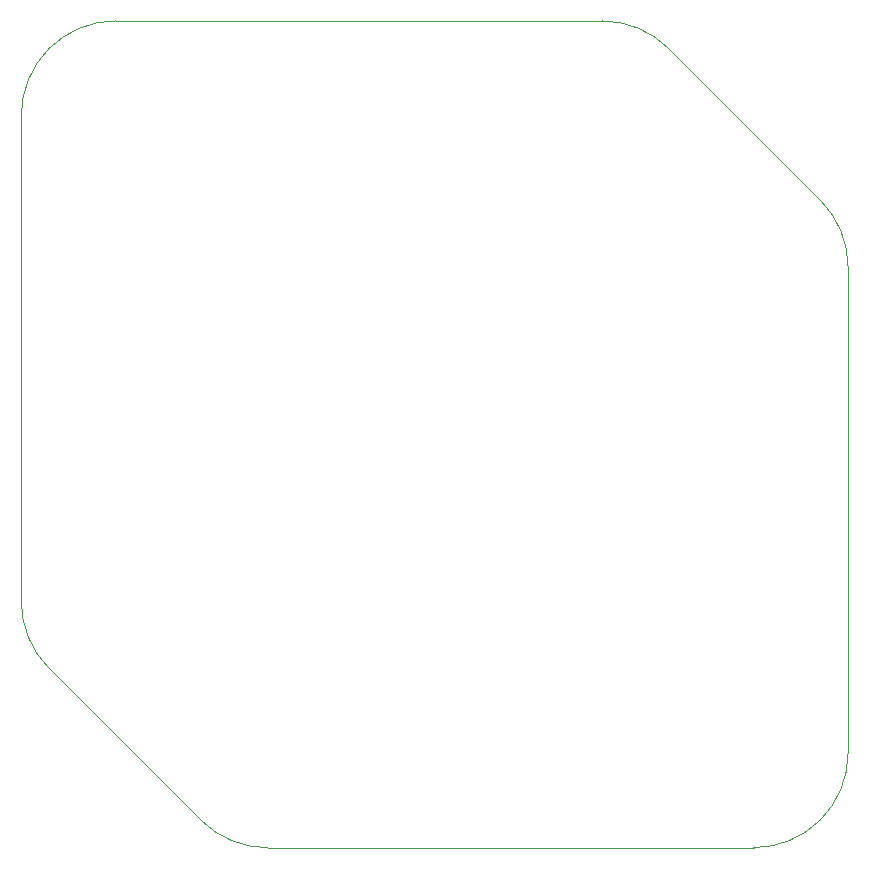
<source format=gbr>
G04 #@! TF.GenerationSoftware,KiCad,Pcbnew,7.0.9*
G04 #@! TF.CreationDate,2024-01-08T23:36:14-05:00*
G04 #@! TF.ProjectId,Compaq S3 Virge GX VRAM Addon Board,436f6d70-6171-4205-9333-205669726765,1*
G04 #@! TF.SameCoordinates,Original*
G04 #@! TF.FileFunction,Profile,NP*
%FSLAX46Y46*%
G04 Gerber Fmt 4.6, Leading zero omitted, Abs format (unit mm)*
G04 Created by KiCad (PCBNEW 7.0.9) date 2024-01-08 23:36:14*
%MOMM*%
%LPD*%
G01*
G04 APERTURE LIST*
G04 #@! TA.AperFunction,Profile*
%ADD10C,0.100000*%
G04 #@! TD*
G04 APERTURE END LIST*
D10*
X167780000Y-139810000D02*
X126630000Y-139810000D01*
X120971329Y-137471443D02*
X108121559Y-124621673D01*
X167779866Y-139810000D02*
G75*
G03*
X175780000Y-131809866I4J8000130D01*
G01*
X160595113Y-72155023D02*
G75*
G03*
X154940000Y-69812588I-5655113J-5655077D01*
G01*
X113780000Y-69810000D02*
X154940000Y-69810000D01*
X175781733Y-90655120D02*
G75*
G03*
X173438800Y-84998777I-7999233J20D01*
G01*
X105780000Y-118960000D02*
X105780000Y-77810000D01*
X105777671Y-118963659D02*
G75*
G03*
X108121260Y-124621673I8001629J-41D01*
G01*
X113780134Y-69809900D02*
G75*
G03*
X105780000Y-77810000I-34J-8000100D01*
G01*
X175780000Y-90660000D02*
X175780000Y-131810000D01*
X173438581Y-84998581D02*
X160594882Y-72154882D01*
X120971339Y-137471115D02*
G75*
G03*
X126630000Y-139815022I5658661J5658615D01*
G01*
M02*

</source>
